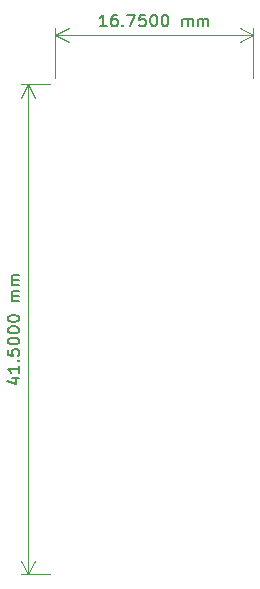
<source format=gbr>
%TF.GenerationSoftware,KiCad,Pcbnew,8.0.3*%
%TF.CreationDate,2024-08-17T22:20:40+01:00*%
%TF.ProjectId,TSSOP_Board,5453534f-505f-4426-9f61-72642e6b6963,rev?*%
%TF.SameCoordinates,Original*%
%TF.FileFunction,OtherDrawing,Comment*%
%FSLAX46Y46*%
G04 Gerber Fmt 4.6, Leading zero omitted, Abs format (unit mm)*
G04 Created by KiCad (PCBNEW 8.0.3) date 2024-08-17 22:20:40*
%MOMM*%
%LPD*%
G01*
G04 APERTURE LIST*
%ADD10C,0.150000*%
%ADD11C,0.100000*%
G04 APERTURE END LIST*
D10*
X114077381Y-40604819D02*
X113505953Y-40604819D01*
X113791667Y-40604819D02*
X113791667Y-39604819D01*
X113791667Y-39604819D02*
X113696429Y-39747676D01*
X113696429Y-39747676D02*
X113601191Y-39842914D01*
X113601191Y-39842914D02*
X113505953Y-39890533D01*
X114934524Y-39604819D02*
X114744048Y-39604819D01*
X114744048Y-39604819D02*
X114648810Y-39652438D01*
X114648810Y-39652438D02*
X114601191Y-39700057D01*
X114601191Y-39700057D02*
X114505953Y-39842914D01*
X114505953Y-39842914D02*
X114458334Y-40033390D01*
X114458334Y-40033390D02*
X114458334Y-40414342D01*
X114458334Y-40414342D02*
X114505953Y-40509580D01*
X114505953Y-40509580D02*
X114553572Y-40557200D01*
X114553572Y-40557200D02*
X114648810Y-40604819D01*
X114648810Y-40604819D02*
X114839286Y-40604819D01*
X114839286Y-40604819D02*
X114934524Y-40557200D01*
X114934524Y-40557200D02*
X114982143Y-40509580D01*
X114982143Y-40509580D02*
X115029762Y-40414342D01*
X115029762Y-40414342D02*
X115029762Y-40176247D01*
X115029762Y-40176247D02*
X114982143Y-40081009D01*
X114982143Y-40081009D02*
X114934524Y-40033390D01*
X114934524Y-40033390D02*
X114839286Y-39985771D01*
X114839286Y-39985771D02*
X114648810Y-39985771D01*
X114648810Y-39985771D02*
X114553572Y-40033390D01*
X114553572Y-40033390D02*
X114505953Y-40081009D01*
X114505953Y-40081009D02*
X114458334Y-40176247D01*
X115458334Y-40509580D02*
X115505953Y-40557200D01*
X115505953Y-40557200D02*
X115458334Y-40604819D01*
X115458334Y-40604819D02*
X115410715Y-40557200D01*
X115410715Y-40557200D02*
X115458334Y-40509580D01*
X115458334Y-40509580D02*
X115458334Y-40604819D01*
X115839286Y-39604819D02*
X116505952Y-39604819D01*
X116505952Y-39604819D02*
X116077381Y-40604819D01*
X117363095Y-39604819D02*
X116886905Y-39604819D01*
X116886905Y-39604819D02*
X116839286Y-40081009D01*
X116839286Y-40081009D02*
X116886905Y-40033390D01*
X116886905Y-40033390D02*
X116982143Y-39985771D01*
X116982143Y-39985771D02*
X117220238Y-39985771D01*
X117220238Y-39985771D02*
X117315476Y-40033390D01*
X117315476Y-40033390D02*
X117363095Y-40081009D01*
X117363095Y-40081009D02*
X117410714Y-40176247D01*
X117410714Y-40176247D02*
X117410714Y-40414342D01*
X117410714Y-40414342D02*
X117363095Y-40509580D01*
X117363095Y-40509580D02*
X117315476Y-40557200D01*
X117315476Y-40557200D02*
X117220238Y-40604819D01*
X117220238Y-40604819D02*
X116982143Y-40604819D01*
X116982143Y-40604819D02*
X116886905Y-40557200D01*
X116886905Y-40557200D02*
X116839286Y-40509580D01*
X118029762Y-39604819D02*
X118125000Y-39604819D01*
X118125000Y-39604819D02*
X118220238Y-39652438D01*
X118220238Y-39652438D02*
X118267857Y-39700057D01*
X118267857Y-39700057D02*
X118315476Y-39795295D01*
X118315476Y-39795295D02*
X118363095Y-39985771D01*
X118363095Y-39985771D02*
X118363095Y-40223866D01*
X118363095Y-40223866D02*
X118315476Y-40414342D01*
X118315476Y-40414342D02*
X118267857Y-40509580D01*
X118267857Y-40509580D02*
X118220238Y-40557200D01*
X118220238Y-40557200D02*
X118125000Y-40604819D01*
X118125000Y-40604819D02*
X118029762Y-40604819D01*
X118029762Y-40604819D02*
X117934524Y-40557200D01*
X117934524Y-40557200D02*
X117886905Y-40509580D01*
X117886905Y-40509580D02*
X117839286Y-40414342D01*
X117839286Y-40414342D02*
X117791667Y-40223866D01*
X117791667Y-40223866D02*
X117791667Y-39985771D01*
X117791667Y-39985771D02*
X117839286Y-39795295D01*
X117839286Y-39795295D02*
X117886905Y-39700057D01*
X117886905Y-39700057D02*
X117934524Y-39652438D01*
X117934524Y-39652438D02*
X118029762Y-39604819D01*
X118982143Y-39604819D02*
X119077381Y-39604819D01*
X119077381Y-39604819D02*
X119172619Y-39652438D01*
X119172619Y-39652438D02*
X119220238Y-39700057D01*
X119220238Y-39700057D02*
X119267857Y-39795295D01*
X119267857Y-39795295D02*
X119315476Y-39985771D01*
X119315476Y-39985771D02*
X119315476Y-40223866D01*
X119315476Y-40223866D02*
X119267857Y-40414342D01*
X119267857Y-40414342D02*
X119220238Y-40509580D01*
X119220238Y-40509580D02*
X119172619Y-40557200D01*
X119172619Y-40557200D02*
X119077381Y-40604819D01*
X119077381Y-40604819D02*
X118982143Y-40604819D01*
X118982143Y-40604819D02*
X118886905Y-40557200D01*
X118886905Y-40557200D02*
X118839286Y-40509580D01*
X118839286Y-40509580D02*
X118791667Y-40414342D01*
X118791667Y-40414342D02*
X118744048Y-40223866D01*
X118744048Y-40223866D02*
X118744048Y-39985771D01*
X118744048Y-39985771D02*
X118791667Y-39795295D01*
X118791667Y-39795295D02*
X118839286Y-39700057D01*
X118839286Y-39700057D02*
X118886905Y-39652438D01*
X118886905Y-39652438D02*
X118982143Y-39604819D01*
X120505953Y-40604819D02*
X120505953Y-39938152D01*
X120505953Y-40033390D02*
X120553572Y-39985771D01*
X120553572Y-39985771D02*
X120648810Y-39938152D01*
X120648810Y-39938152D02*
X120791667Y-39938152D01*
X120791667Y-39938152D02*
X120886905Y-39985771D01*
X120886905Y-39985771D02*
X120934524Y-40081009D01*
X120934524Y-40081009D02*
X120934524Y-40604819D01*
X120934524Y-40081009D02*
X120982143Y-39985771D01*
X120982143Y-39985771D02*
X121077381Y-39938152D01*
X121077381Y-39938152D02*
X121220238Y-39938152D01*
X121220238Y-39938152D02*
X121315477Y-39985771D01*
X121315477Y-39985771D02*
X121363096Y-40081009D01*
X121363096Y-40081009D02*
X121363096Y-40604819D01*
X121839286Y-40604819D02*
X121839286Y-39938152D01*
X121839286Y-40033390D02*
X121886905Y-39985771D01*
X121886905Y-39985771D02*
X121982143Y-39938152D01*
X121982143Y-39938152D02*
X122125000Y-39938152D01*
X122125000Y-39938152D02*
X122220238Y-39985771D01*
X122220238Y-39985771D02*
X122267857Y-40081009D01*
X122267857Y-40081009D02*
X122267857Y-40604819D01*
X122267857Y-40081009D02*
X122315476Y-39985771D01*
X122315476Y-39985771D02*
X122410714Y-39938152D01*
X122410714Y-39938152D02*
X122553571Y-39938152D01*
X122553571Y-39938152D02*
X122648810Y-39985771D01*
X122648810Y-39985771D02*
X122696429Y-40081009D01*
X122696429Y-40081009D02*
X122696429Y-40604819D01*
D11*
X109750000Y-45000000D02*
X109750000Y-40713580D01*
X126500000Y-45000000D02*
X126500000Y-40713580D01*
X109750000Y-41300000D02*
X126500000Y-41300000D01*
X109750000Y-41300000D02*
X126500000Y-41300000D01*
X109750000Y-41300000D02*
X110876504Y-40713579D01*
X109750000Y-41300000D02*
X110876504Y-41886421D01*
X126500000Y-41300000D02*
X125373496Y-41886421D01*
X126500000Y-41300000D02*
X125373496Y-40713579D01*
D10*
X106038153Y-70392856D02*
X106704820Y-70392856D01*
X105657201Y-70630951D02*
X106371486Y-70869046D01*
X106371486Y-70869046D02*
X106371486Y-70249999D01*
X106704820Y-69345237D02*
X106704820Y-69916665D01*
X106704820Y-69630951D02*
X105704820Y-69630951D01*
X105704820Y-69630951D02*
X105847677Y-69726189D01*
X105847677Y-69726189D02*
X105942915Y-69821427D01*
X105942915Y-69821427D02*
X105990534Y-69916665D01*
X106609581Y-68916665D02*
X106657201Y-68869046D01*
X106657201Y-68869046D02*
X106704820Y-68916665D01*
X106704820Y-68916665D02*
X106657201Y-68964284D01*
X106657201Y-68964284D02*
X106609581Y-68916665D01*
X106609581Y-68916665D02*
X106704820Y-68916665D01*
X105704820Y-67964285D02*
X105704820Y-68440475D01*
X105704820Y-68440475D02*
X106181010Y-68488094D01*
X106181010Y-68488094D02*
X106133391Y-68440475D01*
X106133391Y-68440475D02*
X106085772Y-68345237D01*
X106085772Y-68345237D02*
X106085772Y-68107142D01*
X106085772Y-68107142D02*
X106133391Y-68011904D01*
X106133391Y-68011904D02*
X106181010Y-67964285D01*
X106181010Y-67964285D02*
X106276248Y-67916666D01*
X106276248Y-67916666D02*
X106514343Y-67916666D01*
X106514343Y-67916666D02*
X106609581Y-67964285D01*
X106609581Y-67964285D02*
X106657201Y-68011904D01*
X106657201Y-68011904D02*
X106704820Y-68107142D01*
X106704820Y-68107142D02*
X106704820Y-68345237D01*
X106704820Y-68345237D02*
X106657201Y-68440475D01*
X106657201Y-68440475D02*
X106609581Y-68488094D01*
X105704820Y-67297618D02*
X105704820Y-67202380D01*
X105704820Y-67202380D02*
X105752439Y-67107142D01*
X105752439Y-67107142D02*
X105800058Y-67059523D01*
X105800058Y-67059523D02*
X105895296Y-67011904D01*
X105895296Y-67011904D02*
X106085772Y-66964285D01*
X106085772Y-66964285D02*
X106323867Y-66964285D01*
X106323867Y-66964285D02*
X106514343Y-67011904D01*
X106514343Y-67011904D02*
X106609581Y-67059523D01*
X106609581Y-67059523D02*
X106657201Y-67107142D01*
X106657201Y-67107142D02*
X106704820Y-67202380D01*
X106704820Y-67202380D02*
X106704820Y-67297618D01*
X106704820Y-67297618D02*
X106657201Y-67392856D01*
X106657201Y-67392856D02*
X106609581Y-67440475D01*
X106609581Y-67440475D02*
X106514343Y-67488094D01*
X106514343Y-67488094D02*
X106323867Y-67535713D01*
X106323867Y-67535713D02*
X106085772Y-67535713D01*
X106085772Y-67535713D02*
X105895296Y-67488094D01*
X105895296Y-67488094D02*
X105800058Y-67440475D01*
X105800058Y-67440475D02*
X105752439Y-67392856D01*
X105752439Y-67392856D02*
X105704820Y-67297618D01*
X105704820Y-66345237D02*
X105704820Y-66249999D01*
X105704820Y-66249999D02*
X105752439Y-66154761D01*
X105752439Y-66154761D02*
X105800058Y-66107142D01*
X105800058Y-66107142D02*
X105895296Y-66059523D01*
X105895296Y-66059523D02*
X106085772Y-66011904D01*
X106085772Y-66011904D02*
X106323867Y-66011904D01*
X106323867Y-66011904D02*
X106514343Y-66059523D01*
X106514343Y-66059523D02*
X106609581Y-66107142D01*
X106609581Y-66107142D02*
X106657201Y-66154761D01*
X106657201Y-66154761D02*
X106704820Y-66249999D01*
X106704820Y-66249999D02*
X106704820Y-66345237D01*
X106704820Y-66345237D02*
X106657201Y-66440475D01*
X106657201Y-66440475D02*
X106609581Y-66488094D01*
X106609581Y-66488094D02*
X106514343Y-66535713D01*
X106514343Y-66535713D02*
X106323867Y-66583332D01*
X106323867Y-66583332D02*
X106085772Y-66583332D01*
X106085772Y-66583332D02*
X105895296Y-66535713D01*
X105895296Y-66535713D02*
X105800058Y-66488094D01*
X105800058Y-66488094D02*
X105752439Y-66440475D01*
X105752439Y-66440475D02*
X105704820Y-66345237D01*
X105704820Y-65392856D02*
X105704820Y-65297618D01*
X105704820Y-65297618D02*
X105752439Y-65202380D01*
X105752439Y-65202380D02*
X105800058Y-65154761D01*
X105800058Y-65154761D02*
X105895296Y-65107142D01*
X105895296Y-65107142D02*
X106085772Y-65059523D01*
X106085772Y-65059523D02*
X106323867Y-65059523D01*
X106323867Y-65059523D02*
X106514343Y-65107142D01*
X106514343Y-65107142D02*
X106609581Y-65154761D01*
X106609581Y-65154761D02*
X106657201Y-65202380D01*
X106657201Y-65202380D02*
X106704820Y-65297618D01*
X106704820Y-65297618D02*
X106704820Y-65392856D01*
X106704820Y-65392856D02*
X106657201Y-65488094D01*
X106657201Y-65488094D02*
X106609581Y-65535713D01*
X106609581Y-65535713D02*
X106514343Y-65583332D01*
X106514343Y-65583332D02*
X106323867Y-65630951D01*
X106323867Y-65630951D02*
X106085772Y-65630951D01*
X106085772Y-65630951D02*
X105895296Y-65583332D01*
X105895296Y-65583332D02*
X105800058Y-65535713D01*
X105800058Y-65535713D02*
X105752439Y-65488094D01*
X105752439Y-65488094D02*
X105704820Y-65392856D01*
X106704820Y-63869046D02*
X106038153Y-63869046D01*
X106133391Y-63869046D02*
X106085772Y-63821427D01*
X106085772Y-63821427D02*
X106038153Y-63726189D01*
X106038153Y-63726189D02*
X106038153Y-63583332D01*
X106038153Y-63583332D02*
X106085772Y-63488094D01*
X106085772Y-63488094D02*
X106181010Y-63440475D01*
X106181010Y-63440475D02*
X106704820Y-63440475D01*
X106181010Y-63440475D02*
X106085772Y-63392856D01*
X106085772Y-63392856D02*
X106038153Y-63297618D01*
X106038153Y-63297618D02*
X106038153Y-63154761D01*
X106038153Y-63154761D02*
X106085772Y-63059522D01*
X106085772Y-63059522D02*
X106181010Y-63011903D01*
X106181010Y-63011903D02*
X106704820Y-63011903D01*
X106704820Y-62535713D02*
X106038153Y-62535713D01*
X106133391Y-62535713D02*
X106085772Y-62488094D01*
X106085772Y-62488094D02*
X106038153Y-62392856D01*
X106038153Y-62392856D02*
X106038153Y-62249999D01*
X106038153Y-62249999D02*
X106085772Y-62154761D01*
X106085772Y-62154761D02*
X106181010Y-62107142D01*
X106181010Y-62107142D02*
X106704820Y-62107142D01*
X106181010Y-62107142D02*
X106085772Y-62059523D01*
X106085772Y-62059523D02*
X106038153Y-61964285D01*
X106038153Y-61964285D02*
X106038153Y-61821428D01*
X106038153Y-61821428D02*
X106085772Y-61726189D01*
X106085772Y-61726189D02*
X106181010Y-61678570D01*
X106181010Y-61678570D02*
X106704820Y-61678570D01*
D11*
X109250000Y-45500000D02*
X106813581Y-45500000D01*
X109250000Y-87000000D02*
X106813581Y-87000000D01*
X107400001Y-45500000D02*
X107400001Y-87000000D01*
X107400001Y-45500000D02*
X107400001Y-87000000D01*
X107400001Y-45500000D02*
X107986422Y-46626504D01*
X107400001Y-45500000D02*
X106813580Y-46626504D01*
X107400001Y-87000000D02*
X106813580Y-85873496D01*
X107400001Y-87000000D02*
X107986422Y-85873496D01*
M02*

</source>
